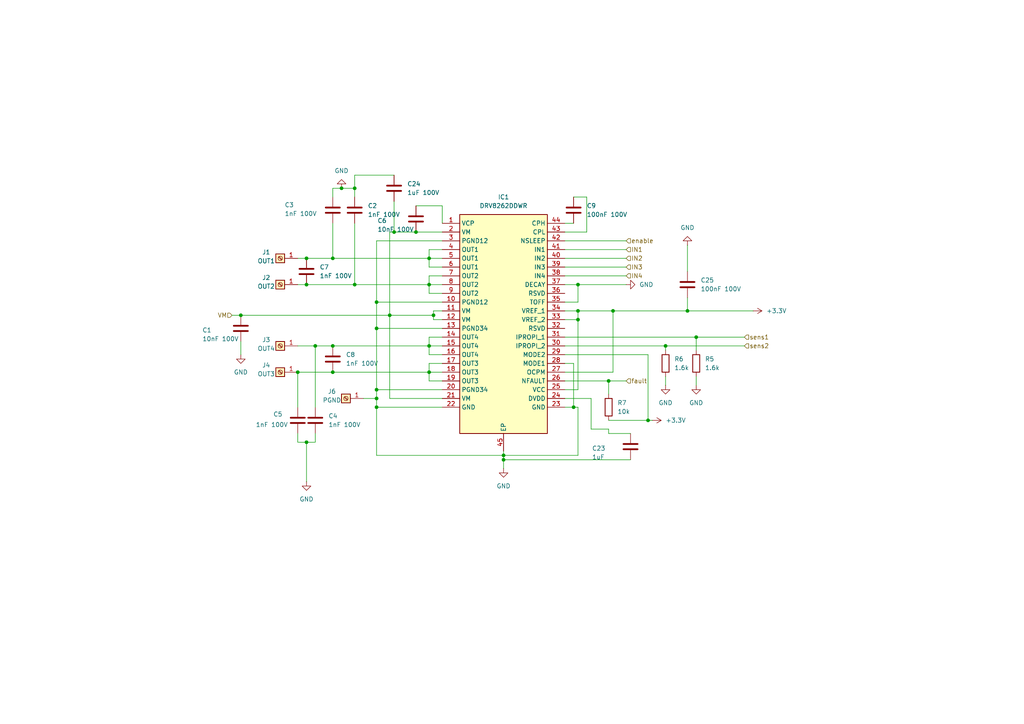
<source format=kicad_sch>
(kicad_sch (version 20231120) (generator "eeschema") (generator_version "8.0")
  (paper "A4")
  (lib_symbols
    (symbol "Connector:Screw_Terminal_01x01" (pin_names (offset 1.016) hide)
      (property "Reference" "J" (at 0 2.54 0))
      (property "Value" "Screw_Terminal_01x01" (at 0 -2.54 0))
      (symbol "Screw_Terminal_01x01_1_1"
        (rectangle (start -1.27 1.27) (end 1.27 -1.27) (stroke (width 0.254)) (fill (type background)))
        (polyline (pts (xy -0.5334 0.3302) (xy 0.3302 -0.508)) (stroke (width 0.1524)))
        (polyline (pts (xy -0.3556 0.508) (xy 0.508 -0.3302)) (stroke (width 0.1524)))
        (circle (center 0 0) (radius 0.635) (stroke (width 0.1524)))
        (pin passive line (at -5.08 0 0) (length 3.81) (name "Pin_1") (number "1"))
      )
    )
    (symbol "DRV8262DDWR:DRV8262DDWR"
      (property "Reference" "IC" (at 31.75 7.62 0))
      (property "Value" "DRV8262DDWR" (at 31.75 5.08 0))
      (symbol "DRV8262DDWR_1_1"
        (rectangle (start 5.08 2.54) (end 30.48 -60.96) (stroke (width 0.254)) (fill (type background)))
        (pin passive line (at 0 0 0) (length 5.08) (name "VCP") (number "1"))
        (pin passive line (at 0 -22.86 0) (length 5.08) (name "PGND12") (number "10"))
        (pin passive line (at 0 -25.4 0) (length 5.08) (name "VM") (number "11"))
        (pin passive line (at 0 -27.94 0) (length 5.08) (name "VM") (number "12"))
        (pin passive line (at 0 -30.48 0) (length 5.08) (name "PGND34") (number "13"))
        (pin passive line (at 0 -33.02 0) (length 5.08) (name "OUT4") (number "14"))
        (pin passive line (at 0 -35.56 0) (length 5.08) (name "OUT4") (number "15"))
        (pin passive line (at 0 -38.1 0) (length 5.08) (name "OUT4") (number "16"))
        (pin passive line (at 0 -40.64 0) (length 5.08) (name "OUT3") (number "17"))
        (pin passive line (at 0 -43.18 0) (length 5.08) (name "OUT3") (number "18"))
        (pin passive line (at 0 -45.72 0) (length 5.08) (name "OUT3") (number "19"))
        (pin passive line (at 0 -2.54 0) (length 5.08) (name "VM") (number "2"))
        (pin passive line (at 0 -48.26 0) (length 5.08) (name "PGND34") (number "20"))
        (pin passive line (at 0 -50.8 0) (length 5.08) (name "VM") (number "21"))
        (pin passive line (at 0 -53.34 0) (length 5.08) (name "GND") (number "22"))
        (pin passive line (at 35.56 -53.34 180) (length 5.08) (name "GND") (number "23"))
        (pin passive line (at 35.56 -50.8 180) (length 5.08) (name "DVDD") (number "24"))
        (pin passive line (at 35.56 -48.26 180) (length 5.08) (name "VCC") (number "25"))
        (pin passive line (at 35.56 -45.72 180) (length 5.08) (name "NFAULT") (number "26"))
        (pin passive line (at 35.56 -43.18 180) (length 5.08) (name "OCPM") (number "27"))
        (pin passive line (at 35.56 -40.64 180) (length 5.08) (name "MODE1") (number "28"))
        (pin passive line (at 35.56 -38.1 180) (length 5.08) (name "MODE2") (number "29"))
        (pin passive line (at 0 -5.08 0) (length 5.08) (name "PGND12") (number "3"))
        (pin passive line (at 35.56 -35.56 180) (length 5.08) (name "IPROPI_2") (number "30"))
        (pin passive line (at 35.56 -33.02 180) (length 5.08) (name "IPROPI_1") (number "31"))
        (pin passive line (at 35.56 -30.48 180) (length 5.08) (name "RSVD") (number "32"))
        (pin passive line (at 35.56 -27.94 180) (length 5.08) (name "VREF_2") (number "33"))
        (pin passive line (at 35.56 -25.4 180) (length 5.08) (name "VREF_1") (number "34"))
        (pin passive line (at 35.56 -22.86 180) (length 5.08) (name "TOFF") (number "35"))
        (pin passive line (at 35.56 -20.32 180) (length 5.08) (name "RSVD") (number "36"))
        (pin passive line (at 35.56 -17.78 180) (length 5.08) (name "DECAY") (number "37"))
        (pin passive line (at 35.56 -15.24 180) (length 5.08) (name "IN4") (number "38"))
        (pin passive line (at 35.56 -12.7 180) (length 5.08) (name "IN3") (number "39"))
        (pin passive line (at 0 -7.62 0) (length 5.08) (name "OUT1") (number "4"))
        (pin passive line (at 35.56 -10.16 180) (length 5.08) (name "IN2") (number "40"))
        (pin passive line (at 35.56 -7.62 180) (length 5.08) (name "IN1") (number "41"))
        (pin passive line (at 35.56 -5.08 180) (length 5.08) (name "NSLEEP") (number "42"))
        (pin passive line (at 35.56 -2.54 180) (length 5.08) (name "CPL") (number "43"))
        (pin passive line (at 35.56 0 180) (length 5.08) (name "CPH") (number "44"))
        (pin passive line (at 17.78 -66.04 90) (length 5.08) (name "EP") (number "45"))
        (pin passive line (at 0 -10.16 0) (length 5.08) (name "OUT1") (number "5"))
        (pin passive line (at 0 -12.7 0) (length 5.08) (name "OUT1") (number "6"))
        (pin passive line (at 0 -15.24 0) (length 5.08) (name "OUT2") (number "7"))
        (pin passive line (at 0 -17.78 0) (length 5.08) (name "OUT2") (number "8"))
        (pin passive line (at 0 -20.32 0) (length 5.08) (name "OUT2") (number "9"))
      )
    )
    (symbol "Device:C" (pin_numbers hide) (pin_names (offset 0.254))
      (property "Reference" "C" (at 0.635 2.54 0))
      (property "Value" "C" (at 0.635 -2.54 0))
      (symbol "C_0_1"
        (polyline (pts (xy -2.032 -0.762) (xy 2.032 -0.762)) (stroke (width 0.508)))
        (polyline (pts (xy -2.032 0.762) (xy 2.032 0.762)) (stroke (width 0.508)))
      )
      (symbol "C_1_1"
        (pin passive line (at 0 3.81 270) (length 2.794) (name "~") (number "1"))
        (pin passive line (at 0 -3.81 90) (length 2.794) (name "~") (number "2"))
      )
    )
    (symbol "Device:R" (pin_numbers hide) (pin_names (offset 0))
      (property "Reference" "R" (at 2.032 0 90))
      (property "Value" "R" (at 0 0 90))
      (symbol "R_0_1"
        (rectangle (start -1.016 -2.54) (end 1.016 2.54) (stroke (width 0.254)))
      )
      (symbol "R_1_1"
        (pin passive line (at 0 3.81 270) (length 1.27) (name "~") (number "1"))
        (pin passive line (at 0 -3.81 90) (length 1.27) (name "~") (number "2"))
      )
    )
    (symbol "power:+3.3V" (power) (pin_numbers hide) (pin_names (offset 0) hide)
      (property "Value" "+3.3V" (at 0 3.556 0))
      (symbol "+3.3V_0_1"
        (polyline (pts (xy -0.762 1.27) (xy 0 2.54)))
        (polyline (pts (xy 0 0) (xy 0 2.54)))
        (polyline (pts (xy 0 2.54) (xy 0.762 1.27)))
      )
      (symbol "+3.3V_1_1"
        (pin power_in line (at 0 0 90) (length 0) (name "~") (number "1"))
      )
    )
    (symbol "power:GND" (power) (pin_numbers hide) (pin_names (offset 0) hide)
      (property "Value" "GND" (at 0 -3.81 0))
      (symbol "GND_0_1"
        (polyline (pts (xy 0 0) (xy 0 -1.27) (xy 1.27 -1.27) (xy 0 -2.54) (xy -1.27 -1.27) (xy 0 -1.27)))
      )
      (symbol "GND_1_1"
        (pin power_in line (at 0 0 270) (length 0) (name "~") (number "1"))
      )
    )
  )
  (junction (at 88.9 74.93))
  (junction (at 167.64 90.17))
  (junction (at 86.36 107.95))
  (junction (at 176.53 110.49))
  (junction (at 88.9 128.27))
  (junction (at 109.22 113.03))
  (junction (at 99.06 54.61))
  (junction (at 199.39 90.17))
  (junction (at 109.22 95.25))
  (junction (at 102.87 54.61))
  (junction (at 113.03 91.44))
  (junction (at 193.04 100.33))
  (junction (at 109.22 118.11))
  (junction (at 166.37 118.11))
  (junction (at 167.64 92.71))
  (junction (at 125.73 91.44))
  (junction (at 120.65 67.31))
  (junction (at 96.52 74.93))
  (junction (at 124.46 82.55))
  (junction (at 96.52 107.95))
  (junction (at 88.9 82.55))
  (junction (at 96.52 100.33))
  (junction (at 69.85 91.44))
  (junction (at 146.05 133.35))
  (junction (at 124.46 107.95))
  (junction (at 177.8 90.17))
  (junction (at 109.22 115.57))
  (junction (at 102.87 82.55))
  (junction (at 187.96 121.92))
  (junction (at 124.46 100.33))
  (junction (at 91.44 100.33))
  (junction (at 124.46 74.93))
  (junction (at 167.64 82.55))
  (junction (at 201.93 97.79))
  (junction (at 114.3 67.31))
  (junction (at 146.05 132.08))
  (junction (at 109.22 87.63))
  (wire (pts (xy 163.83 77.47) (xy 181.61 77.47)))
  (wire (pts (xy 199.39 90.17) (xy 218.44 90.17)))
  (wire (pts (xy 109.22 132.08) (xy 109.22 118.11)))
  (wire (pts (xy 187.96 121.92) (xy 189.23 121.92)))
  (wire (pts (xy 124.46 77.47) (xy 128.27 77.47)))
  (wire (pts (xy 109.22 113.03) (xy 109.22 115.57)))
  (wire (pts (xy 163.83 92.71) (xy 167.64 92.71)))
  (wire (pts (xy 167.64 87.63) (xy 167.64 82.55)))
  (wire (pts (xy 96.52 107.95) (xy 124.46 107.95)))
  (wire (pts (xy 167.64 118.11) (xy 167.64 132.08)))
  (wire (pts (xy 109.22 69.85) (xy 109.22 87.63)))
  (wire (pts (xy 193.04 100.33) (xy 163.83 100.33)))
  (wire (pts (xy 67.31 91.44) (xy 69.85 91.44)))
  (wire (pts (xy 86.36 107.95) (xy 86.36 118.11)))
  (wire (pts (xy 109.22 118.11) (xy 109.22 115.57)))
  (wire (pts (xy 128.27 90.17) (xy 125.73 90.17)))
  (wire (pts (xy 96.52 54.61) (xy 99.06 54.61)))
  (wire (pts (xy 171.45 115.57) (xy 171.45 124.46)))
  (wire (pts (xy 91.44 100.33) (xy 96.52 100.33)))
  (wire (pts (xy 177.8 90.17) (xy 177.8 107.95)))
  (wire (pts (xy 128.27 59.69) (xy 120.65 59.69)))
  (wire (pts (xy 176.53 110.49) (xy 181.61 110.49)))
  (wire (pts (xy 113.03 115.57) (xy 113.03 91.44)))
  (wire (pts (xy 86.36 74.93) (xy 88.9 74.93)))
  (wire (pts (xy 170.18 67.31) (xy 163.83 67.31)))
  (wire (pts (xy 120.65 67.31) (xy 114.3 67.31)))
  (wire (pts (xy 102.87 82.55) (xy 124.46 82.55)))
  (wire (pts (xy 109.22 132.08) (xy 146.05 132.08)))
  (wire (pts (xy 163.83 87.63) (xy 167.64 87.63)))
  (wire (pts (xy 86.36 82.55) (xy 88.9 82.55)))
  (wire (pts (xy 176.53 114.3) (xy 176.53 110.49)))
  (wire (pts (xy 177.8 107.95) (xy 163.83 107.95)))
  (wire (pts (xy 163.83 80.01) (xy 181.61 80.01)))
  (wire (pts (xy 91.44 128.27) (xy 88.9 128.27)))
  (wire (pts (xy 177.8 90.17) (xy 199.39 90.17)))
  (wire (pts (xy 124.46 107.95) (xy 128.27 107.95)))
  (wire (pts (xy 167.64 82.55) (xy 181.61 82.55)))
  (wire (pts (xy 167.64 92.71) (xy 167.64 90.17)))
  (wire (pts (xy 176.53 125.73) (xy 176.53 124.46)))
  (wire (pts (xy 86.36 100.33) (xy 91.44 100.33)))
  (wire (pts (xy 102.87 54.61) (xy 99.06 54.61)))
  (wire (pts (xy 128.27 69.85) (xy 109.22 69.85)))
  (wire (pts (xy 163.83 82.55) (xy 167.64 82.55)))
  (wire (pts (xy 114.3 67.31) (xy 113.03 67.31)))
  (wire (pts (xy 163.83 105.41) (xy 166.37 105.41)))
  (wire (pts (xy 146.05 132.08) (xy 146.05 130.81)))
  (wire (pts (xy 166.37 57.15) (xy 170.18 57.15)))
  (wire (pts (xy 69.85 91.44) (xy 113.03 91.44)))
  (wire (pts (xy 125.73 90.17) (xy 125.73 91.44)))
  (wire (pts (xy 163.83 113.03) (xy 167.64 113.03)))
  (wire (pts (xy 96.52 64.77) (xy 96.52 74.93)))
  (wire (pts (xy 128.27 95.25) (xy 109.22 95.25)))
  (wire (pts (xy 182.88 125.73) (xy 176.53 125.73)))
  (wire (pts (xy 91.44 100.33) (xy 91.44 118.11)))
  (wire (pts (xy 124.46 97.79) (xy 124.46 100.33)))
  (wire (pts (xy 86.36 125.73) (xy 86.36 128.27)))
  (wire (pts (xy 182.88 133.35) (xy 146.05 133.35)))
  (wire (pts (xy 86.36 107.95) (xy 96.52 107.95)))
  (wire (pts (xy 102.87 57.15) (xy 102.87 54.61)))
  (wire (pts (xy 163.83 115.57) (xy 171.45 115.57)))
  (wire (pts (xy 96.52 74.93) (xy 124.46 74.93)))
  (wire (pts (xy 199.39 86.36) (xy 199.39 90.17)))
  (wire (pts (xy 146.05 132.08) (xy 167.64 132.08)))
  (wire (pts (xy 109.22 115.57) (xy 105.41 115.57)))
  (wire (pts (xy 124.46 100.33) (xy 128.27 100.33)))
  (wire (pts (xy 124.46 82.55) (xy 128.27 82.55)))
  (wire (pts (xy 124.46 110.49) (xy 128.27 110.49)))
  (wire (pts (xy 176.53 110.49) (xy 163.83 110.49)))
  (wire (pts (xy 124.46 102.87) (xy 128.27 102.87)))
  (wire (pts (xy 128.27 97.79) (xy 124.46 97.79)))
  (wire (pts (xy 128.27 80.01) (xy 124.46 80.01)))
  (wire (pts (xy 124.46 82.55) (xy 124.46 85.09)))
  (wire (pts (xy 201.93 97.79) (xy 215.9 97.79)))
  (wire (pts (xy 193.04 109.22) (xy 193.04 111.76)))
  (wire (pts (xy 146.05 133.35) (xy 146.05 135.89)))
  (wire (pts (xy 163.83 72.39) (xy 181.61 72.39)))
  (wire (pts (xy 128.27 113.03) (xy 109.22 113.03)))
  (wire (pts (xy 201.93 97.79) (xy 201.93 101.6)))
  (wire (pts (xy 109.22 95.25) (xy 109.22 113.03)))
  (wire (pts (xy 128.27 87.63) (xy 109.22 87.63)))
  (wire (pts (xy 170.18 57.15) (xy 170.18 67.31)))
  (wire (pts (xy 146.05 132.08) (xy 146.05 133.35)))
  (wire (pts (xy 128.27 72.39) (xy 124.46 72.39)))
  (wire (pts (xy 124.46 72.39) (xy 124.46 74.93)))
  (wire (pts (xy 109.22 87.63) (xy 109.22 95.25)))
  (wire (pts (xy 102.87 64.77) (xy 102.87 82.55)))
  (wire (pts (xy 163.83 74.93) (xy 181.61 74.93)))
  (wire (pts (xy 201.93 109.22) (xy 201.93 111.76)))
  (wire (pts (xy 166.37 105.41) (xy 166.37 118.11)))
  (wire (pts (xy 113.03 67.31) (xy 113.03 91.44)))
  (wire (pts (xy 124.46 105.41) (xy 124.46 107.95)))
  (wire (pts (xy 171.45 124.46) (xy 176.53 124.46)))
  (wire (pts (xy 167.64 90.17) (xy 177.8 90.17)))
  (wire (pts (xy 86.36 128.27) (xy 88.9 128.27)))
  (wire (pts (xy 124.46 74.93) (xy 128.27 74.93)))
  (wire (pts (xy 163.83 90.17) (xy 167.64 90.17)))
  (wire (pts (xy 125.73 91.44) (xy 125.73 92.71)))
  (wire (pts (xy 124.46 85.09) (xy 128.27 85.09)))
  (wire (pts (xy 69.85 99.06) (xy 69.85 102.87)))
  (wire (pts (xy 187.96 102.87) (xy 187.96 121.92)))
  (wire (pts (xy 124.46 80.01) (xy 124.46 82.55)))
  (wire (pts (xy 193.04 100.33) (xy 215.9 100.33)))
  (wire (pts (xy 102.87 50.8) (xy 102.87 54.61)))
  (wire (pts (xy 163.83 102.87) (xy 187.96 102.87)))
  (wire (pts (xy 128.27 118.11) (xy 109.22 118.11)))
  (wire (pts (xy 124.46 100.33) (xy 124.46 102.87)))
  (wire (pts (xy 167.64 113.03) (xy 167.64 92.71)))
  (wire (pts (xy 114.3 50.8) (xy 102.87 50.8)))
  (wire (pts (xy 114.3 58.42) (xy 114.3 67.31)))
  (wire (pts (xy 88.9 74.93) (xy 96.52 74.93)))
  (wire (pts (xy 128.27 64.77) (xy 128.27 59.69)))
  (wire (pts (xy 167.64 118.11) (xy 166.37 118.11)))
  (wire (pts (xy 199.39 71.12) (xy 199.39 78.74)))
  (wire (pts (xy 128.27 67.31) (xy 120.65 67.31)))
  (wire (pts (xy 128.27 105.41) (xy 124.46 105.41)))
  (wire (pts (xy 128.27 115.57) (xy 113.03 115.57)))
  (wire (pts (xy 88.9 128.27) (xy 88.9 139.7)))
  (wire (pts (xy 193.04 101.6) (xy 193.04 100.33)))
  (wire (pts (xy 91.44 125.73) (xy 91.44 128.27)))
  (wire (pts (xy 96.52 100.33) (xy 124.46 100.33)))
  (wire (pts (xy 124.46 74.93) (xy 124.46 77.47)))
  (wire (pts (xy 166.37 118.11) (xy 163.83 118.11)))
  (wire (pts (xy 88.9 82.55) (xy 102.87 82.55)))
  (wire (pts (xy 113.03 91.44) (xy 125.73 91.44)))
  (wire (pts (xy 176.53 121.92) (xy 187.96 121.92)))
  (wire (pts (xy 163.83 69.85) (xy 181.61 69.85)))
  (wire (pts (xy 163.83 97.79) (xy 201.93 97.79)))
  (wire (pts (xy 125.73 92.71) (xy 128.27 92.71)))
  (wire (pts (xy 124.46 107.95) (xy 124.46 110.49)))
  (wire (pts (xy 163.83 64.77) (xy 166.37 64.77)))
  (wire (pts (xy 96.52 57.15) (xy 96.52 54.61)))
  (hierarchical_label "IN2" (shape input) (at 181.61 74.93 0))
  (hierarchical_label "VM" (shape input) (at 67.31 91.44 180))
  (hierarchical_label "sens2" (shape input) (at 215.9 100.33 0))
  (hierarchical_label "enable" (shape input) (at 181.61 69.85 0))
  (hierarchical_label "IN3" (shape input) (at 181.61 77.47 0))
  (hierarchical_label "sens1" (shape input) (at 215.9 97.79 0))
  (hierarchical_label "fault" (shape input) (at 181.61 110.49 0))
  (hierarchical_label "IN4" (shape input) (at 181.61 80.01 0))
  (hierarchical_label "IN1" (shape input) (at 181.61 72.39 0))
  (symbol (lib_id "Device:C") (at 166.37 60.96 0) (unit 1)
    (property "Reference" "C9" (at 170.18 59.6899 0) (effects (justify left)))
    (property "Value" "100nF 100V" (at 170.18 62.2299 0) (effects (justify left)))
    (property "Footprint" "Capacitor_SMD:C_0402_1005Metric" (effects (hide yes)))
    (property "Description" "Unpolarized capacitor" (effects (hide yes)))
  )
  (symbol (lib_id "power:+3.3V") (at 189.23 121.92 270) (unit 1)
    (property "Reference" "#PWR028" (effects (hide yes)))
    (property "Value" "+3.3V" (at 193.04 121.9199 90) (effects (justify left)))
    (property "Description" "Power symbol creates a global label with name \"+3.3V\"" (effects (hide yes)))
  )
  (symbol (lib_id "power:+3.3V") (at 218.44 90.17 270) (unit 1)
    (property "Reference" "#PWR021" (effects (hide yes)))
    (property "Value" "+3.3V" (at 222.25 90.1699 90) (effects (justify left)))
    (property "Description" "Power symbol creates a global label with name \"+3.3V\"" (effects (hide yes)))
  )
  (symbol (lib_id "Device:R") (at 176.53 118.11 180) (unit 1)
    (property "Reference" "R7" (at 179.07 116.8399 0) (effects (justify right)))
    (property "Value" "10k" (at 179.07 119.3799 0) (effects (justify right)))
    (property "Footprint" "Capacitor_SMD:C_0402_1005Metric" (effects (hide yes)))
    (property "Description" "Resistor" (effects (hide yes)))
  )
  (symbol (lib_id "Device:C") (at 96.52 104.14 0) (unit 1)
    (property "Reference" "C8" (at 100.33 102.8699 0) (effects (justify left)))
    (property "Value" "1nF 100V" (at 100.33 105.4099 0) (effects (justify left)))
    (property "Footprint" "Capacitor_SMD:C_0402_1005Metric" (effects (hide yes)))
    (property "Description" "Unpolarized capacitor" (effects (hide yes)))
  )
  (symbol (lib_id "Device:C") (at 114.3 54.61 0) (unit 1)
    (property "Reference" "C24" (at 118.11 53.3399 0) (effects (justify left)))
    (property "Value" "1uF 100V" (at 118.11 55.8799 0) (effects (justify left)))
    (property "Footprint" "Capacitor_SMD:C_0402_1005Metric" (effects (hide yes)))
    (property "Description" "Unpolarized capacitor" (effects (hide yes)))
  )
  (symbol (lib_id "Connector:Screw_Terminal_01x01") (at 81.28 74.93 180) (unit 1)
    (property "Reference" "J1" (at 77.216 73.152 0))
    (property "Value" "OUT1" (at 77.216 75.692 0))
    (property "Footprint" "MountingHole:MountingHole_3.2mm_M3_ISO7380_Pad_TopBottom" (effects (hide yes)))
    (property "Description" "Generic screw terminal, single row, 01x01, script generated (kicad-library-utils/schlib/autogen/connector/)" (effects (hide yes)))
  )
  (symbol (lib_id "Connector:Screw_Terminal_01x01") (at 100.33 115.57 180) (unit 1)
    (property "Reference" "J6" (at 96.266 113.538 0))
    (property "Value" "PGND" (at 96.266 116.078 0))
    (property "Footprint" "MountingHole:MountingHole_3.2mm_M3_ISO7380_Pad_TopBottom" (effects (hide yes)))
    (property "Description" "Generic screw terminal, single row, 01x01, script generated (kicad-library-utils/schlib/autogen/connector/)" (effects (hide yes)))
  )
  (symbol (lib_id "power:GND") (at 69.85 102.87 0) (unit 1)
    (property "Reference" "#PWR02" (effects (hide yes)))
    (property "Value" "GND" (at 69.85 107.95 0))
    (property "Description" "Power symbol creates a global label with name \"GND\" , ground" (effects (hide yes)))
  )
  (symbol (lib_id "power:GND") (at 146.05 135.89 0) (unit 1)
    (property "Reference" "#PWR01" (effects (hide yes)))
    (property "Value" "GND" (at 146.05 140.97 0))
    (property "Description" "Power symbol creates a global label with name \"GND\" , ground" (effects (hide yes)))
  )
  (symbol (lib_id "power:GND") (at 193.04 111.76 0) (unit 1)
    (property "Reference" "#PWR022" (effects (hide yes)))
    (property "Value" "GND" (at 193.04 116.84 0))
    (property "Description" "Power symbol creates a global label with name \"GND\" , ground" (effects (hide yes)))
  )
  (symbol (lib_id "Device:C") (at 199.39 82.55 0) (unit 1)
    (property "Reference" "C25" (at 203.2 81.2799 0) (effects (justify left)))
    (property "Value" "100nF 100V" (at 203.2 83.8199 0) (effects (justify left)))
    (property "Footprint" "Capacitor_SMD:C_0402_1005Metric" (effects (hide yes)))
    (property "Description" "Unpolarized capacitor" (effects (hide yes)))
  )
  (symbol (lib_id "Connector:Screw_Terminal_01x01") (at 81.28 82.55 180) (unit 1)
    (property "Reference" "J2" (at 77.216 80.518 0))
    (property "Value" "OUT2" (at 77.216 83.058 0))
    (property "Footprint" "MountingHole:MountingHole_3.2mm_M3_ISO7380_Pad_TopBottom" (effects (hide yes)))
    (property "Description" "Generic screw terminal, single row, 01x01, script generated (kicad-library-utils/schlib/autogen/connector/)" (effects (hide yes)))
  )
  (symbol (lib_id "Device:R") (at 201.93 105.41 180) (unit 1)
    (property "Reference" "R5" (at 204.47 104.1399 0) (effects (justify right)))
    (property "Value" "1.6k" (at 204.47 106.6799 0) (effects (justify right)))
    (property "Footprint" "Capacitor_SMD:C_0402_1005Metric" (effects (hide yes)))
    (property "Description" "Resistor" (effects (hide yes)))
  )
  (symbol (lib_id "Device:C") (at 96.52 60.96 0) (unit 1)
    (property "Reference" "C3" (at 82.55 59.436 0) (effects (justify left)))
    (property "Value" "1nF 100V" (at 82.55 61.976 0) (effects (justify left)))
    (property "Footprint" "Capacitor_SMD:C_0402_1005Metric" (effects (hide yes)))
    (property "Description" "Unpolarized capacitor" (effects (hide yes)))
  )
  (symbol (lib_id "Connector:Screw_Terminal_01x01") (at 81.28 100.33 180) (unit 1)
    (property "Reference" "J3" (at 77.216 98.552 0))
    (property "Value" "OUT4" (at 77.216 101.092 0))
    (property "Footprint" "MountingHole:MountingHole_3.2mm_M3_ISO7380_Pad_TopBottom" (effects (hide yes)))
    (property "Description" "Generic screw terminal, single row, 01x01, script generated (kicad-library-utils/schlib/autogen/connector/)" (effects (hide yes)))
  )
  (symbol (lib_id "Device:C") (at 120.65 63.5 0) (unit 1)
    (property "Reference" "C6" (at 109.474 64.008 0) (effects (justify left)))
    (property "Value" "10nF 100V" (at 109.474 66.548 0) (effects (justify left)))
    (property "Footprint" "Capacitor_SMD:C_0402_1005Metric" (effects (hide yes)))
    (property "Description" "Unpolarized capacitor" (effects (hide yes)))
  )
  (symbol (lib_id "power:GND") (at 201.93 111.76 0) (unit 1)
    (property "Reference" "#PWR023" (effects (hide yes)))
    (property "Value" "GND" (at 201.93 116.84 0))
    (property "Description" "Power symbol creates a global label with name \"GND\" , ground" (effects (hide yes)))
  )
  (symbol (lib_id "Device:R") (at 193.04 105.41 180) (unit 1)
    (property "Reference" "R6" (at 195.58 104.1399 0) (effects (justify right)))
    (property "Value" "1.6k" (at 195.58 106.6799 0) (effects (justify right)))
    (property "Footprint" "Capacitor_SMD:C_0402_1005Metric" (effects (hide yes)))
    (property "Description" "Resistor" (effects (hide yes)))
  )
  (symbol (lib_id "power:GND") (at 99.06 54.61 180) (unit 1)
    (property "Reference" "#PWR03" (effects (hide yes)))
    (property "Value" "GND" (at 99.06 49.53 0))
    (property "Description" "Power symbol creates a global label with name \"GND\" , ground" (effects (hide yes)))
  )
  (symbol (lib_id "power:GND") (at 88.9 139.7 0) (unit 1)
    (property "Reference" "#PWR04" (effects (hide yes)))
    (property "Value" "GND" (at 88.9 144.78 0))
    (property "Description" "Power symbol creates a global label with name \"GND\" , ground" (effects (hide yes)))
  )
  (symbol (lib_id "power:GND") (at 199.39 71.12 180) (unit 1)
    (property "Reference" "#PWR027" (effects (hide yes)))
    (property "Value" "GND" (at 199.39 66.04 0))
    (property "Description" "Power symbol creates a global label with name \"GND\" , ground" (effects (hide yes)))
  )
  (symbol (lib_id "Device:C") (at 182.88 129.54 0) (unit 1)
    (property "Reference" "C23" (at 171.704 130.048 0) (effects (justify left)))
    (property "Value" "1uF" (at 171.704 132.588 0) (effects (justify left)))
    (property "Footprint" "Capacitor_SMD:C_0402_1005Metric" (effects (hide yes)))
    (property "Description" "Unpolarized capacitor" (effects (hide yes)))
  )
  (symbol (lib_id "DRV8262DDWR:DRV8262DDWR") (at 128.27 64.77 0) (unit 1)
    (property "Reference" "IC1" (at 146.05 57.15 0))
    (property "Value" "DRV8262DDWR" (at 146.05 59.69 0))
    (property "Footprint" "FPGA_PCB:DRV8262" (effects (hide yes)))
    (property "Datasheet" "https://www.arrow.com/en/products/drv8262ddwr/texas-instruments?region=nac" (effects (hide yes)))
    (property "Description" "Motor / Motion / Ignition Controllers & Drivers 70-V single or dual H-bridge motor driver with integrated current sense and regulation" (effects (hide yes)))
    (property "Height" "1.2" (effects (hide yes)))
    (property "Mouser Part Number" "595-DRV8262DDWR" (effects (hide yes)))
    (property "Mouser Price/Stock" "https://www.mouser.co.uk/ProductDetail/Texas-Instruments/DRV8262DDWR?qs=1Kr7Jg1SGW8MeFim1i6uiA%3D%3D" (effects (hide yes)))
    (property "Manufacturer_Name" "Texas Instruments" (effects (hide yes)))
    (property "Manufacturer_Part_Number" "DRV8262DDWR" (effects (hide yes)))
  )
  (symbol (lib_id "Device:C") (at 86.36 121.92 0) (unit 1)
    (property "Reference" "C5" (at 79.248 120.142 0) (effects (justify left)))
    (property "Value" "1nF 100V" (at 74.168 123.19 0) (effects (justify left)))
    (property "Footprint" "Capacitor_SMD:C_0402_1005Metric" (effects (hide yes)))
    (property "Description" "Unpolarized capacitor" (effects (hide yes)))
  )
  (symbol (lib_id "power:GND") (at 181.61 82.55 90) (unit 1)
    (property "Reference" "#PWR020" (effects (hide yes)))
    (property "Value" "GND" (at 185.42 82.5499 90) (effects (justify right)))
    (property "Description" "Power symbol creates a global label with name \"GND\" , ground" (effects (hide yes)))
  )
  (symbol (lib_id "Device:C") (at 102.87 60.96 0) (unit 1)
    (property "Reference" "C2" (at 106.68 59.6899 0) (effects (justify left)))
    (property "Value" "1nF 100V" (at 106.68 62.2299 0) (effects (justify left)))
    (property "Footprint" "Capacitor_SMD:C_0402_1005Metric" (effects (hide yes)))
    (property "Description" "Unpolarized capacitor" (effects (hide yes)))
  )
  (symbol (lib_id "Device:C") (at 69.85 95.25 0) (unit 1)
    (property "Reference" "C1" (at 58.674 95.758 0) (effects (justify left)))
    (property "Value" "10nF 100V" (at 58.674 98.298 0) (effects (justify left)))
    (property "Footprint" "Capacitor_SMD:C_0402_1005Metric" (effects (hide yes)))
    (property "Description" "Unpolarized capacitor" (effects (hide yes)))
  )
  (symbol (lib_id "Connector:Screw_Terminal_01x01") (at 81.28 107.95 180) (unit 1)
    (property "Reference" "J4" (at 77.216 105.918 0))
    (property "Value" "OUT3" (at 77.216 108.458 0))
    (property "Footprint" "MountingHole:MountingHole_3.2mm_M3_ISO7380_Pad_TopBottom" (effects (hide yes)))
    (property "Description" "Generic screw terminal, single row, 01x01, script generated (kicad-library-utils/schlib/autogen/connector/)" (effects (hide yes)))
  )
  (symbol (lib_id "Device:C") (at 91.44 121.92 0) (unit 1)
    (property "Reference" "C4" (at 95.25 120.6499 0) (effects (justify left)))
    (property "Value" "1nF 100V" (at 95.25 123.1899 0) (effects (justify left)))
    (property "Footprint" "Capacitor_SMD:C_0402_1005Metric" (effects (hide yes)))
    (property "Description" "Unpolarized capacitor" (effects (hide yes)))
  )
  (symbol (lib_id "Device:C") (at 88.9 78.74 0) (unit 1)
    (property "Reference" "C7" (at 92.71 77.4699 0) (effects (justify left)))
    (property "Value" "1nF 100V" (at 92.71 80.0099 0) (effects (justify left)))
    (property "Footprint" "Capacitor_SMD:C_0402_1005Metric" (effects (hide yes)))
    (property "Description" "Unpolarized capacitor" (effects (hide yes)))
  )
)
</source>
